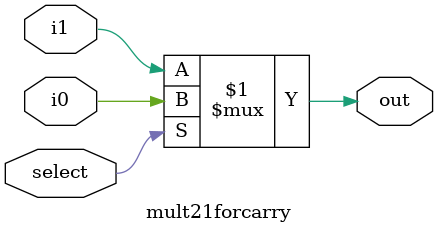
<source format=sv>
module mult21forcarry(i0,i1,select,out);
input logic i0, i1;
input logic select;
output logic out;
assign out=(select)?i0:i1;
endmodule

</source>
